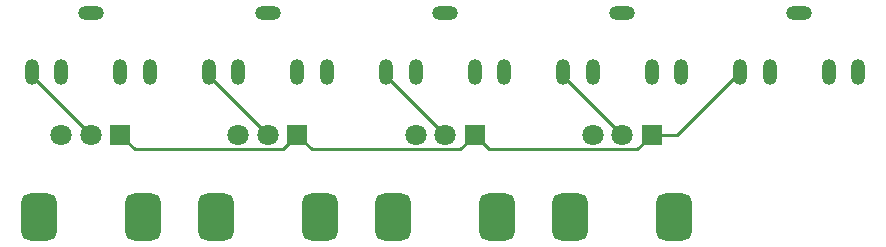
<source format=gbr>
%TF.GenerationSoftware,KiCad,Pcbnew,7.0.1-0*%
%TF.CreationDate,2024-04-25T19:19:38-04:00*%
%TF.ProjectId,mixer,6d697865-722e-46b6-9963-61645f706362,rev?*%
%TF.SameCoordinates,Original*%
%TF.FileFunction,Copper,L1,Top*%
%TF.FilePolarity,Positive*%
%FSLAX46Y46*%
G04 Gerber Fmt 4.6, Leading zero omitted, Abs format (unit mm)*
G04 Created by KiCad (PCBNEW 7.0.1-0) date 2024-04-25 19:19:38*
%MOMM*%
%LPD*%
G01*
G04 APERTURE LIST*
G04 Aperture macros list*
%AMRoundRect*
0 Rectangle with rounded corners*
0 $1 Rounding radius*
0 $2 $3 $4 $5 $6 $7 $8 $9 X,Y pos of 4 corners*
0 Add a 4 corners polygon primitive as box body*
4,1,4,$2,$3,$4,$5,$6,$7,$8,$9,$2,$3,0*
0 Add four circle primitives for the rounded corners*
1,1,$1+$1,$2,$3*
1,1,$1+$1,$4,$5*
1,1,$1+$1,$6,$7*
1,1,$1+$1,$8,$9*
0 Add four rect primitives between the rounded corners*
20,1,$1+$1,$2,$3,$4,$5,0*
20,1,$1+$1,$4,$5,$6,$7,0*
20,1,$1+$1,$6,$7,$8,$9,0*
20,1,$1+$1,$8,$9,$2,$3,0*%
G04 Aperture macros list end*
%TA.AperFunction,ComponentPad*%
%ADD10O,1.200000X2.200000*%
%TD*%
%TA.AperFunction,ComponentPad*%
%ADD11O,2.200000X1.200000*%
%TD*%
%TA.AperFunction,ComponentPad*%
%ADD12R,1.800000X1.800000*%
%TD*%
%TA.AperFunction,ComponentPad*%
%ADD13C,1.800000*%
%TD*%
%TA.AperFunction,ComponentPad*%
%ADD14RoundRect,0.750000X-0.750000X1.250000X-0.750000X-1.250000X0.750000X-1.250000X0.750000X1.250000X0*%
%TD*%
%TA.AperFunction,Conductor*%
%ADD15C,0.250000*%
%TD*%
G04 APERTURE END LIST*
D10*
%TO.P,U1,R*%
%TO.N,in_1.in-r*%
X118366000Y-99060000D03*
%TO.P,U1,RN*%
%TO.N,N/C*%
X115866000Y-99060000D03*
D11*
%TO.P,U1,S*%
%TO.N,ground*%
X113366000Y-94060000D03*
D10*
%TO.P,U1,T*%
%TO.N,in_1.in-t*%
X108366000Y-99060000D03*
%TO.P,U1,TN*%
%TO.N,N/C*%
X110866000Y-99060000D03*
%TD*%
D12*
%TO.P,U2,1*%
%TO.N,output*%
X115866000Y-104409000D03*
D13*
%TO.P,U2,2*%
%TO.N,in_1.in-t*%
X113366000Y-104409000D03*
%TO.P,U2,3*%
%TO.N,ground*%
X110866000Y-104409000D03*
D14*
%TO.P,U2,MP*%
%TO.N,N/C*%
X117766000Y-111409000D03*
X108966000Y-111409000D03*
%TD*%
D12*
%TO.P,U8,1*%
%TO.N,output*%
X160857750Y-104409000D03*
D13*
%TO.P,U8,2*%
%TO.N,in_4.in-t*%
X158357750Y-104409000D03*
%TO.P,U8,3*%
%TO.N,ground*%
X155857750Y-104409000D03*
D14*
%TO.P,U8,MP*%
%TO.N,N/C*%
X162757750Y-111409000D03*
X153957750Y-111409000D03*
%TD*%
D10*
%TO.P,U9,R*%
%TO.N,out-r*%
X178355000Y-99060000D03*
%TO.P,U9,RN*%
%TO.N,N/C*%
X175855000Y-99060000D03*
D11*
%TO.P,U9,S*%
%TO.N,ground*%
X173355000Y-94060000D03*
D10*
%TO.P,U9,T*%
%TO.N,output*%
X168355000Y-99060000D03*
%TO.P,U9,TN*%
%TO.N,N/C*%
X170855000Y-99060000D03*
%TD*%
%TO.P,U3,R*%
%TO.N,in_2.in-r*%
X133363250Y-99060000D03*
%TO.P,U3,RN*%
%TO.N,N/C*%
X130863250Y-99060000D03*
D11*
%TO.P,U3,S*%
%TO.N,ground*%
X128363250Y-94060000D03*
D10*
%TO.P,U3,T*%
%TO.N,in_2.in-t*%
X123363250Y-99060000D03*
%TO.P,U3,TN*%
%TO.N,N/C*%
X125863250Y-99060000D03*
%TD*%
%TO.P,U5,R*%
%TO.N,in_3.in-r*%
X148360500Y-99060000D03*
%TO.P,U5,RN*%
%TO.N,N/C*%
X145860500Y-99060000D03*
D11*
%TO.P,U5,S*%
%TO.N,ground*%
X143360500Y-94060000D03*
D10*
%TO.P,U5,T*%
%TO.N,in_3.in-t*%
X138360500Y-99060000D03*
%TO.P,U5,TN*%
%TO.N,N/C*%
X140860500Y-99060000D03*
%TD*%
D12*
%TO.P,U4,1*%
%TO.N,output*%
X130863249Y-104409000D03*
D13*
%TO.P,U4,2*%
%TO.N,in_2.in-t*%
X128363249Y-104409000D03*
%TO.P,U4,3*%
%TO.N,ground*%
X125863249Y-104409000D03*
D14*
%TO.P,U4,MP*%
%TO.N,N/C*%
X132763249Y-111409000D03*
X123963249Y-111409000D03*
%TD*%
D12*
%TO.P,U6,1*%
%TO.N,output*%
X145860500Y-104409000D03*
D13*
%TO.P,U6,2*%
%TO.N,in_3.in-t*%
X143360500Y-104409000D03*
%TO.P,U6,3*%
%TO.N,ground*%
X140860500Y-104409000D03*
D14*
%TO.P,U6,MP*%
%TO.N,N/C*%
X147760500Y-111409000D03*
X138960500Y-111409000D03*
%TD*%
D10*
%TO.P,U7,R*%
%TO.N,in_4.in-r*%
X163357750Y-99060000D03*
%TO.P,U7,RN*%
%TO.N,N/C*%
X160857750Y-99060000D03*
D11*
%TO.P,U7,S*%
%TO.N,ground*%
X158357750Y-94060000D03*
D10*
%TO.P,U7,T*%
%TO.N,in_4.in-t*%
X153357750Y-99060000D03*
%TO.P,U7,TN*%
%TO.N,N/C*%
X155857750Y-99060000D03*
%TD*%
D15*
%TO.N,output*%
X145860500Y-104409000D02*
X144635500Y-105634000D01*
X144635500Y-105634000D02*
X132088249Y-105634000D01*
X117091000Y-105634000D02*
X115866000Y-104409000D01*
X147085500Y-105634000D02*
X145860500Y-104409000D01*
X132088249Y-105634000D02*
X130863249Y-104409000D01*
X163006000Y-104409000D02*
X168355000Y-99060000D01*
X129638249Y-105634000D02*
X117091000Y-105634000D01*
X160857750Y-104409000D02*
X163006000Y-104409000D01*
X159632750Y-105634000D02*
X147085500Y-105634000D01*
X160857750Y-104409000D02*
X159632750Y-105634000D01*
X130863249Y-104409000D02*
X129638249Y-105634000D01*
%TO.N,in_1.in-t*%
X108366000Y-99409000D02*
X108366000Y-99060000D01*
X113366000Y-104409000D02*
X108366000Y-99409000D01*
%TO.N,in_2.in-t*%
X123363250Y-99409001D02*
X123363250Y-99060000D01*
X128363249Y-104409000D02*
X123363250Y-99409001D01*
%TO.N,in_3.in-t*%
X138360500Y-99409000D02*
X138360500Y-99060000D01*
X143360500Y-104409000D02*
X138360500Y-99409000D01*
%TO.N,in_4.in-t*%
X158357750Y-104409000D02*
X153357750Y-99409000D01*
X153357750Y-99409000D02*
X153357750Y-99060000D01*
%TD*%
M02*

</source>
